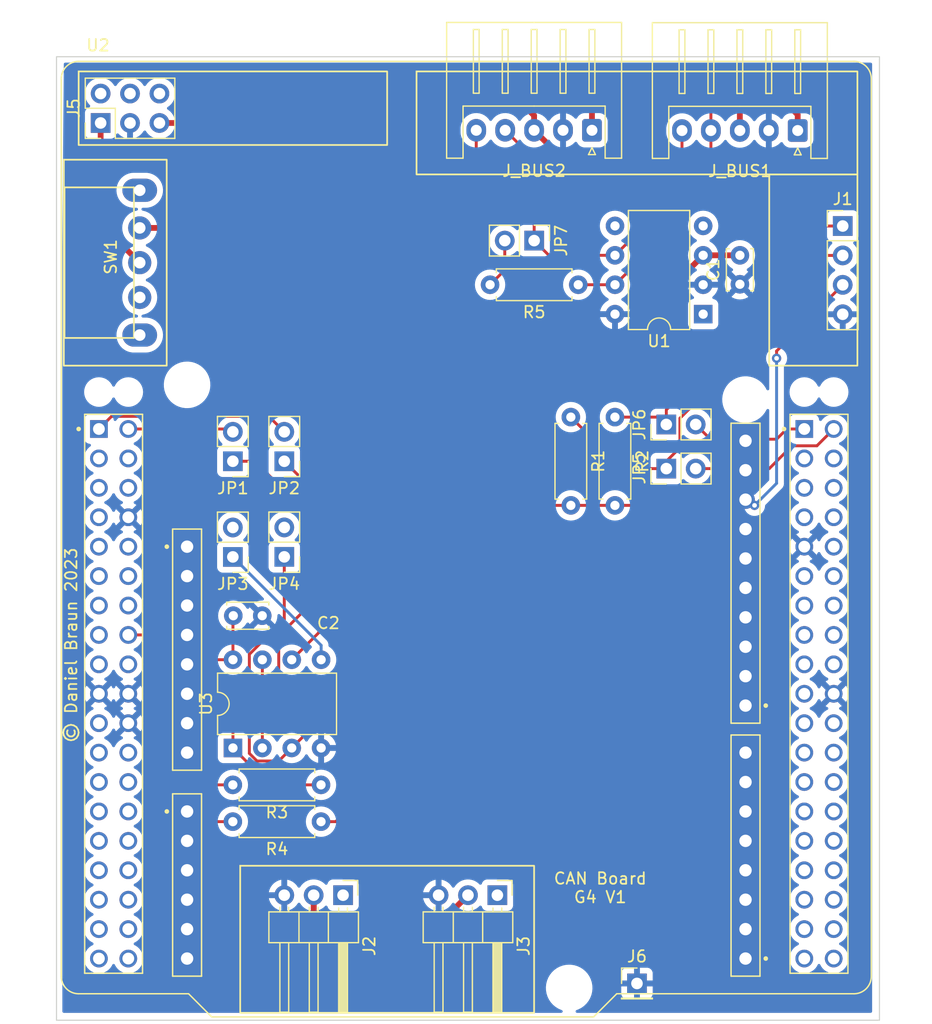
<source format=kicad_pcb>
(kicad_pcb (version 20211014) (generator pcbnew)
  (layers (0 "F.Cu" signal) (31 "B.Cu" signal) (34 "B.Paste" user) (35 "F.Paste" user) (36 "B.SilkS" user "B.Silkscreen") (37 "F.SilkS" user "F.Silkscreen") (38 "B.Mask" user) (39 "F.Mask" user) (44 "Edge.Cuts" user))
  (net 0 "")
  (net 1 "GND")
  (net 2 "5VCPU")
  (net 3 "3V3")
  (net 4 "12V")
  (net 5 "5V")
  (net 59 "MISO")
  (net 61 "SPICLK")
  (net 62 "MOSI")
  (net 63 "Net-(J_BUS1-Pad4)")
  (net 65 "Net-(JP1-Pad2)")
  (net 66 "EECS")
  (net 67 "I2C3_CK")
  (net 68 "Net-(U2-PadCN10_2)")
  (net 69 "I2C3_DTA")
  (net 70 "Net-(U2-PadCN10_1)")
  (net 71 "Net-(JP7-Pad2)")
  (net 72 "Net-(R4-Pad1)")
  (net 73 "CAN_TX")
  (net 74 "CAN_RX")
  (net 79 "Net-(JP2-Pad2)")
  (net 80 "Net-(JP3-Pad2)")
  (net 81 "Net-(JP4-Pad2)")
  (net 82 "Net-(JP7-Pad1)")
  (footprint "Connector_JST:JST_XH_S5B-XH-A_1x05_P2.50mm_Horizontal" (layer "F.Cu") (at 135.81 69.871 180)
    (fp_text reference "J_BUS1" (at 5 -3.5) (layer "F.SilkS"))
    (fp_text value "Conn_01x05_Female")
    (pad "1" thru_hole roundrect (at 0 0 180) (size 1.7 1.95) (drill 0.95) (layers *.Cu *.Mask) (roundrect_rratio 0.147059) (net 4 "12V"))
    (pad "2" thru_hole oval (at 2.5 0 180) (size 1.7 1.95) (drill 0.95) (layers *.Cu *.Mask) (net 1 "GND"))
    (pad "3" thru_hole oval (at 5 0 180) (size 1.7 1.95) (drill 0.95) (layers *.Cu *.Mask) (net 5 "5V"))
    (pad "4" thru_hole oval (at 7.5 0 180) (size 1.7 1.95) (drill 0.95) (layers *.Cu *.Mask) (net 63 "Net-(J_BUS1-Pad4)"))
    (pad "5" thru_hole oval (at 10 0 180) (size 1.7 1.95) (drill 0.95) (layers *.Cu *.Mask) (net 82 "Net-(JP7-Pad1)"))
  )
  (footprint "Connector_PinHeader_2.54mm:PinHeader_1x03_P2.54mm_Horizontal" (layer "F.Cu") (at 109.855 135.89 -90)
    (fp_text reference "J3" (at 4.385 -2.27 90) (layer "F.SilkS"))
    (fp_text value "Conn_01x03_Male")
    (pad "1" thru_hole rect (at 0 0 270) (size 1.7 1.7) (drill 1) (layers *.Cu *.Mask))
    (pad "2" thru_hole oval (at 0 2.54 270) (size 1.7 1.7) (drill 1) (layers *.Cu *.Mask) (net 5 "5V"))
    (pad "3" thru_hole oval (at 0 5.08 270) (size 1.7 1.7) (drill 1) (layers *.Cu *.Mask) (net 1 "GND"))
  )
  (footprint "Connector_PinHeader_2.54mm:PinHeader_1x04_P2.54mm_Vertical" (layer "F.Cu") (at 139.7 78.115)
    (fp_text reference "J1" (at 0 -2.33) (layer "F.SilkS"))
    (fp_text value "Conn_01x04_Female")
    (pad "1" thru_hole rect (at 0 0) (size 1.7 1.7) (drill 1) (layers *.Cu *.Mask) (net 69 "I2C3_DTA"))
    (pad "2" thru_hole oval (at 0 2.54) (size 1.7 1.7) (drill 1) (layers *.Cu *.Mask) (net 67 "I2C3_CK"))
    (pad "3" thru_hole oval (at 0 5.08) (size 1.7 1.7) (drill 1) (layers *.Cu *.Mask) (net 3 "3V3"))
    (pad "4" thru_hole oval (at 0 7.62) (size 1.7 1.7) (drill 1) (layers *.Cu *.Mask) (net 1 "GND"))
  )
  (footprint "Resistor_THT:R_Axial_DIN0207_L6.3mm_D2.5mm_P7.62mm_Horizontal" (layer "F.Cu") (at 116.845 83.185 180)
    (fp_text reference "R5" (at 3.81 -2.37) (layer "F.SilkS"))
    (fp_text value "120")
    (pad "1" thru_hole circle (at 0 0 180) (size 1.6 1.6) (drill 0.8) (layers *.Cu *.Mask) (net 63 "Net-(J_BUS1-Pad4)"))
    (pad "2" thru_hole oval (at 7.62 0 180) (size 1.6 1.6) (drill 0.8) (layers *.Cu *.Mask) (net 71 "Net-(JP7-Pad2)"))
  )
  (footprint "Connector_PinHeader_2.54mm:PinHeader_1x02_P2.54mm_Vertical" (layer "F.Cu") (at 91.44 106.68 180)
    (fp_text reference "JP4" (at 0 -2.33) (layer "F.SilkS"))
    (fp_text value "SJ")
    (pad "1" thru_hole rect (at 0 0 180) (size 1.7 1.7) (drill 1) (layers *.Cu *.Mask) (net 66 "EECS"))
    (pad "2" thru_hole oval (at 0 2.54 180) (size 1.7 1.7) (drill 1) (layers *.Cu *.Mask) (net 81 "Net-(JP4-Pad2)"))
  )
  (footprint "Connector_PinHeader_2.54mm:PinHeader_1x02_P2.54mm_Vertical" (layer "F.Cu") (at 91.44 98.425 180)
    (fp_text reference "JP2" (at 0 -2.33) (layer "F.SilkS"))
    (fp_text value "SJ")
    (pad "1" thru_hole rect (at 0 0 180) (size 1.7 1.7) (drill 1) (layers *.Cu *.Mask) (net 61 "SPICLK"))
    (pad "2" thru_hole oval (at 0 2.54 180) (size 1.7 1.7) (drill 1) (layers *.Cu *.Mask) (net 79 "Net-(JP2-Pad2)"))
  )
  (footprint "Connector_PinHeader_2.54mm:PinHeader_1x02_P2.54mm_Vertical" (layer "F.Cu") (at 86.995 98.425 180)
    (fp_text reference "JP1" (at 0 -2.33) (layer "F.SilkS"))
    (fp_text value "SJ")
    (pad "1" thru_hole rect (at 0 0 180) (size 1.7 1.7) (drill 1) (layers *.Cu *.Mask) (net 59 "MISO"))
    (pad "2" thru_hole oval (at 0 2.54 180) (size 1.7 1.7) (drill 1) (layers *.Cu *.Mask) (net 65 "Net-(JP1-Pad2)"))
  )
  (footprint "Resistor_THT:R_Axial_DIN0207_L6.3mm_D2.5mm_P7.62mm_Horizontal" (layer "F.Cu") (at 120.015 94.615 -90)
    (fp_text reference "R2" (at 3.81 -2.37 90) (layer "F.SilkS"))
    (fp_text value "4.4K")
    (pad "1" thru_hole circle (at 0 0 270) (size 1.6 1.6) (drill 0.8) (layers *.Cu *.Mask) (net 67 "I2C3_CK"))
    (pad "2" thru_hole oval (at 7.62 0 270) (size 1.6 1.6) (drill 0.8) (layers *.Cu *.Mask) (net 3 "3V3"))
  )
  (footprint "G4Lib:MODULE_NUCLEO-G491RE" (layer "F.Cu") (at 107.17 105.15)
    (fp_text reference "U2" (at -31.825 -42.635) (layer "F.SilkS"))
    (fp_text value "NUCLEO-G491RE")
    (pad "" np_thru_hole circle (at -24.13 -13.32) (size 3 3) (drill 3) (layers *.Cu *.Mask))
    (pad "" np_thru_hole circle (at 8.89 38.75) (size 3 3) (drill 3) (layers *.Cu *.Mask))
    (pad "" np_thru_hole circle (at 24.13 -12.05) (size 3 3) (drill 3) (layers *.Cu *.Mask))
    (pad "CN5_1" thru_hole rect (at 24.13 14.37) (size 1.605 1.605) (drill 1.07) (layers *.Cu *.Mask))
    (pad "CN5_2" thru_hole circle (at 24.13 11.83) (size 1.605 1.605) (drill 1.07) (layers *.Cu *.Mask))
    (pad "CN5_3" thru_hole circle (at 24.13 9.29) (size 1.605 1.605) (drill 1.07) (layers *.Cu *.Mask))
    (pad "CN5_4" thru_hole circle (at 24.13 6.75) (size 1.605 1.605) (drill 1.07) (layers *.Cu *.Mask))
    (pad "CN5_5" thru_hole circle (at 24.13 4.21) (size 1.605 1.605) (drill 1.07) (layers *.Cu *.Mask))
    (pad "CN5_6" thru_hole circle (at 24.13 1.67) (size 1.605 1.605) (drill 1.07) (layers *.Cu *.Mask))
    (pad "CN5_7" thru_hole circle (at 24.13 -0.87) (size 1.605 1.605) (drill 1.07) (layers *.Cu *.Mask))
    (pad "CN5_8" thru_hole circle (at 24.13 -3.41) (size 1.605 1.605) (drill 1.07) (layers *.Cu *.Mask))
    (pad "CN5_9" thru_hole circle (at 24.13 -5.95) (size 1.605 1.605) (drill 1.07) (layers *.Cu *.Mask))
    (pad "CN5_10" thru_hole circle (at 24.13 -8.49) (size 1.605 1.605) (drill 1.07) (layers *.Cu *.Mask))
    (pad "CN6_1" thru_hole rect (at -24.13 0.65) (size 1.605 1.605) (drill 1.07) (layers *.Cu *.Mask))
    (pad "CN6_2" thru_hole circle (at -24.13 3.19) (size 1.605 1.605) (drill 1.07) (layers *.Cu *.Mask))
    (pad "CN6_3" thru_hole circle (at -24.13 5.73) (size 1.605 1.605) (drill 1.07) (layers *.Cu *.Mask))
    (pad "CN6_4" thru_hole circle (at -24.13 8.27) (size 1.605 1.605) (drill 1.07) (layers *.Cu *.Mask))
    (pad "CN6_5" thru_hole circle (at -24.13 10.81) (size 1.605 1.605) (drill 1.07) (layers *.Cu *.Mask))
    (pad "CN6_6" thru_hole circle (at -24.13 13.35) (size 1.605 1.605) (drill 1.07) (layers *.Cu *.Mask))
    (pad "CN6_7" thru_hole circle (at -24.13 15.89) (size 1.605 1.605) (drill 1.07) (layers *.Cu *.Mask))
    (pad "CN6_8" thru_hole circle (at -24.13 18.43) (size 1.605 1.605) (drill 1.07) (layers *.Cu *.Mask))
    (pad "CN7_1" thru_hole rect (at -31.75 -9.51) (size 1.53 1.53) (drill 1.02) (layers *.Cu *.Mask) (net 79 "Net-(JP2-Pad2)"))
    (pad "CN7_2" thru_hole circle (at -29.21 -9.51) (size 1.53 1.53) (drill 1.02) (layers *.Cu *.Mask) (net 65 "Net-(JP1-Pad2)"))
    (pad "CN7_3" thru_hole circle (at -31.75 -6.97) (size 1.53 1.53) (drill 1.02) (layers *.Cu *.Mask) (net 80 "Net-(JP3-Pad2)"))
    (pad "CN7_4" thru_hole circle (at -29.21 -6.97) (size 1.53 1.53) (drill 1.02) (layers *.Cu *.Mask) (net 81 "Net-(JP4-Pad2)"))
    (pad "CN7_5" thru_hole circle (at -31.75 -4.43) (size 1.53 1.53) (drill 1.02) (layers *.Cu *.Mask))
    (pad "CN7_6" thru_hole circle (at -29.21 -4.43) (size 1.53 1.53) (drill 1.02) (layers *.Cu *.Mask))
    (pad "CN7_7" thru_hole circle (at -31.75 -1.89) (size 1.53 1.53) (drill 1.02) (layers *.Cu *.Mask))
    (pad "CN7_8" thru_hole circle (at -29.21 -1.89) (size 1.53 1.53) (drill 1.02) (layers *.Cu *.Mask) (net 1 "GND"))
    (pad "CN7_9" thru_hole circle (at -31.75 0.65) (size 1.53 1.53) (drill 1.02) (layers *.Cu *.Mask))
    (pad "CN7_10" thru_hole circle (at -29.21 0.65) (size 1.53 1.53) (drill 1.02) (layers *.Cu *.Mask))
    (pad "CN7_11" thru_hole circle (at -31.75 3.19) (size 1.53 1.53) (drill 1.02) (layers *.Cu *.Mask))
    (pad "CN7_12" thru_hole circle (at -29.21 3.19) (size 1.53 1.53) (drill 1.02) (layers *.Cu *.Mask))
    (pad "CN7_13" thru_hole circle (at -31.75 5.73) (size 1.53 1.53) (drill 1.02) (layers *.Cu *.Mask))
    (pad "CN7_14" thru_hole circle (at -29.21 5.73) (size 1.53 1.53) (drill 1.02) (layers *.Cu *.Mask))
    (pad "CN7_15" thru_hole circle (at -31.75 8.27) (size 1.53 1.53) (drill 1.02) (layers *.Cu *.Mask))
    (pad "CN7_16" thru_hole circle (at -29.21 8.27) (size 1.53 1.53) (drill 1.02) (layers *.Cu *.Mask) (net 3 "3V3"))
    (pad "CN7_17" thru_hole circle (at -31.75 10.81) (size 1.53 1.53) (drill 1.02) (layers *.Cu *.Mask))
    (pad "CN7_18" thru_hole circle (at -29.21 10.81) (size 1.53 1.53) (drill 1.02) (layers *.Cu *.Mask) (net 2 "5VCPU"))
    (pad "CN7_19" thru_hole circle (at -31.75 13.35) (size 1.53 1.53) (drill 1.02) (layers *.Cu *.Mask) (net 1 "GND"))
    (pad "CN7_20" thru_hole circle (at -29.21 13.35) (size 1.53 1.53) (drill 1.02) (layers *.Cu *.Mask) (net 1 "GND"))
    (pad "CN7_21" thru_hole circle (at -31.75 15.89) (size 1.53 1.53) (drill 1.02) (layers *.Cu *.Mask))
    (pad "CN7_22" thru_hole circle (at -29.21 15.89) (size 1.53 1.53) (drill 1.02) (layers *.Cu *.Mask) (net 1 "GND"))
    (pad "CN7_23" thru_hole circle (at -31.75 18.43) (size 1.53 1.53) (drill 1.02) (layers *.Cu *.Mask))
    (pad "CN7_24" thru_hole circle (at -29.21 18.43) (size 1.53 1.53) (drill 1.02) (layers *.Cu *.Mask))
    (pad "CN7_25" thru_hole circle (at -31.75 20.97) (size 1.53 1.53) (drill 1.02) (layers *.Cu *.Mask))
    (pad "CN7_26" thru_hole circle (at -29.21 20.97) (size 1.53 1.53) (drill 1.02) (layers *.Cu *.Mask))
    (pad "CN7_27" thru_hole circle (at -31.75 23.51) (size 1.53 1.53) (drill 1.02) (layers *.Cu *.Mask))
    (pad "CN7_28" thru_hole circle (at -29.21 23.51) (size 1.53 1.53) (drill 1.02) (layers *.Cu *.Mask))
    (pad "CN7_29" thru_hole circle (at -31.75 26.05) (size 1.53 1.53) (drill 1.02) (layers *.Cu *.Mask))
    (pad "CN7_30" thru_hole circle (at -29.21 26.05) (size 1.53 1.53) (drill 1.02) (layers *.Cu *.Mask))
    (pad "CN7_31" thru_hole circle (at -31.75 28.59) (size 1.53 1.53) (drill 1.02) (layers *.Cu *.Mask))
    (pad "CN7_32" thru_hole circle (at -29.21 28.59) (size 1.53 1.53) (drill 1.02) (layers *.Cu *.Mask))
    (pad "CN7_33" thru_hole circle (at -31.75 31.13) (size 1.53 1.53) (drill 1.02) (layers *.Cu *.Mask))
    (pad "CN7_34" thru_hole circle (at -29.21 31.13) (size 1.53 1.53) (drill 1.02) (layers *.Cu *.Mask))
    (pad "CN7_35" thru_hole circle (at -31.75 33.67) (size 1.53 1.53) (drill 1.02) (layers *.Cu *.Mask))
    (pad "CN7_36" thru_hole circle (at -29.21 33.67) (size 1.53 1.53) (drill 1.02) (layers *.Cu *.Mask))
    (pad "CN7_37" thru_hole circle (at -31.75 36.21) (size 1.53 1.53) (drill 1.02) (layers *.Cu *.Mask))
    (pad "CN7_38" thru_hole circle (at -29.21 36.21) (size 1.53 1.53) (drill 1.02) (layers *.Cu *.Mask))
    (pad "CN8_1" thru_hole rect (at -24.13 23.51) (size 1.605 1.605) (drill 1.07) (layers *.Cu *.Mask))
    (pad "CN8_2" thru_hole circle (at -24.13 26.05) (size 1.605 1.605) (drill 1.07) (layers *.Cu *.Mask))
    (pad "CN8_3" thru_hole circle (at -24.13 28.59) (size 1.605 1.605) (drill 1.07) (layers *.Cu *.Mask))
    (pad "CN8_4" thru_hole circle (at -24.13 31.13) (size 1.605 1.605) (drill 1.07) (layers *.Cu *.Mask))
    (pad "CN8_5" thru_hole circle (at -24.13 33.67) (size 1.605 1.605) (drill 1.07) (layers *.Cu *.Mask))
    (pad "CN8_6" thru_hole circle (at -24.13 36.21) (size 1.605 1.605) (drill 1.07) (layers *.Cu *.Mask))
    (pad "CN9_1" thru_hole rect (at 24.13 36.21) (size 1.605 1.605) (drill 1.07) (layers *.Cu *.Mask))
    (pad "CN9_2" thru_hole circle (at 24.13 33.67) (size 1.605 1.605) (drill 1.07) (layers *.Cu *.Mask))
    (pad "CN9_3" thru_hole circle (at 24.13 31.13) (size 1.605 1.605) (drill 1.07) (layers *.Cu *.Mask))
    (pad "CN9_4" thru_hole circle (at 24.13 28.59) (size 1.605 1.605) (drill 1.07) (layers *.Cu *.Mask))
    (pad "CN9_5" thru_hole circle (at 24.13 26.05) (size 1.605 1.605) (drill 1.07) (layers *.Cu *.Mask))
    (pad "CN9_6" thru_hole circle (at 24.13 23.51) (size 1.605 1.605) (drill 1.07) (layers *.Cu *.Mask))
    (pad "CN9_7" thru_hole circle (at 24.13 20.97) (size 1.605 1.605) (drill 1.07) (layers *.Cu *.Mask))
    (pad "CN9_8" thru_hole circle (at 24.13 18.43) (size 1.605 1.605) (drill 1.07) (layers *.Cu *.Mask))
    (pad "CN10_1" thru_hole rect (at 29.21 -9.51) (size 1.53 1.53) (drill 1.02) (layers *.Cu *.Mask) (net 70 "Net-(U2-PadCN10_1)"))
    (pad "CN10_2" thru_hole circle (at 31.75 -9.51) (size 1.53 1.53) (drill 1.02) (layers *.Cu *.Mask) (net 68 "Net-(U2-PadCN10_2)"))
    (pad "CN10_3" thru_hole circle (at 29.21 -6.97) (size 1.53 1.53) (drill 1.02) (layers *.Cu *.Mask) (net 74 "CAN_RX"))
    (pad "CN10_4" thru_hole circle (at 31.75 -6.97) (size 1.53 1.53) (drill 1.02) (layers *.Cu *.Mask))
    (pad "CN10_5" thru_hole circle (at 29.21 -4.43) (size 1.53 1.53) (drill 1.02) (layers *.Cu *.Mask))
    (pad "CN10_6" thru_hole circle (at 31.75 -4.43) (size 1.53 1.53) (drill 1.02) (layers *.Cu *.Mask))
    (pad "CN10_7" thru_hole circle (at 29.21 -1.89) (size 1.53 1.53) (drill 1.02) (layers *.Cu *.Mask))
    (pad "CN10_8" thru_hole circle (at 31.75 -1.89) (size 1.53 1.53) (drill 1.02) (layers *.Cu *.Mask))
    (pad "CN10_9" thru_hole circle (at 29.21 0.65) (size 1.53 1.53) (drill 1.02) (layers *.Cu *.Mask))
    (pad "CN10_10" thru_hole circle (at 31.75 0.65) (size 1.53 1.53) (drill 1.02) (layers *.Cu *.Mask))
    (pad "CN10_11" thru_hole circle (at 29.21 3.19) (size 1.53 1.53) (drill 1.02) (layers *.Cu *.Mask))
    (pad "CN10_12" thru_hole circle (at 31.75 3.19) (size 1.53 1.53) (drill 1.02) (layers *.Cu *.Mask) (net 73 "CAN_TX"))
    (pad "CN10_13" thru_hole circle (at 29.21 5.73) (size 1.53 1.53) (drill 1.02) (layers *.Cu *.Mask))
    (pad "CN10_14" thru_hole circle (at 31.75 5.73) (size 1.53 1.53) (drill 1.02) (layers *.Cu *.Mask))
    (pad "CN10_15" thru_hole circle (at 29.21 8.27) (size 1.53 1.53) (drill 1.02) (layers *.Cu *.Mask))
    (pad "CN10_16" thru_hole circle (at 31.75 8.27) (size 1.53 1.53) (drill 1.02) (layers *.Cu *.Mask))
    (pad "CN10_17" thru_hole circle (at 29.21 10.81) (size 1.53 1.53) (drill 1.02) (layers *.Cu *.Mask))
    (pad "CN10_18" thru_hole circle (at 31.75 10.81) (size 1.53 1.53) (drill 1.02) (layers *.Cu *.Mask))
    (pad "CN10_19" thru_hole circle (at 29.21 13.35) (size 1.53 1.53) (drill 1.02) (layers *.Cu *.Mask))
    (pad "CN10_20" thru_hole circle (at 31.75 13.35) (size 1.53 1.53) (drill 1.02) (layers *.Cu *.Mask))
    (pad "CN10_21" thru_hole circle (at 29.21 15.89) (size 1.53 1.53) (drill 1.02) (layers *.Cu *.Mask))
    (pad "CN10_22" thru_hole circle (at 31.75 15.89) (size 1.53 1.53) (drill 1.02) (layers *.Cu *.Mask))
    (pad "CN10_23" thru_hole circle (at 29.21 18.43) (size 1.53 1.53) (drill 1.02) (layers *.Cu *.Mask))
    (pad "CN10_24" thru_hole circle (at 31.75 18.43) (size 1.53 1.53) (drill 1.02) (layers *.Cu *.Mask))
    (pad "CN10_25" thru_hole circle (at 29.21 20.97) (size 1.53 1.53) (drill 1.02) (layers *.Cu *.Mask))
    (pad "CN10_26" thru_hole circle (at 31.75 20.97) (size 1.53 1.53) (drill 1.02) (layers *.Cu *.Mask))
    (pad "CN10_27" thru_hole circle (at 29.21 23.51) (size 1.53 1.53) (drill 1.02) (layers *.Cu *.Mask))
    (pad "CN10_28" thru_hole circle (at 31.75 23.51) (size 1.53 1.53) (drill 1.02) (layers *.Cu *.Mask))
    (pad "CN10_29" thru_hole circle (at 29.21 26.05) (size 1.53 1.53) (drill 1.02) (layers *.Cu *.Mask))
    (pad "CN10_30" thru_hole circle (at 31.75 26.05) (size 1.53 1.53) (drill 1.02) (layers *.Cu *.Mask))
    (pad "CN10_31" thru_hole circle (at 29.21 28.59) (size 1.53 1.53) (drill 1.02) (layers *.Cu *.Mask))
    (pad "CN10_32" thru_hole circle (at 31.75 28.59) (size 1.53 1.53) (drill 1.02) (layers *.Cu *.Mask))
    (pad "CN10_33" thru_hole circle (at 29.21 31.13) (size 1.53 1.53) (drill 1.02) (layers *.Cu *.Mask))
    (pad "CN10_34" thru_hole circle (at 31.75 31.13) (size 1.53 1.53) (drill 1.02) (layers *.Cu *.Mask))
    (pad "CN10_35" thru_hole circle (at 29.21 33.67) (size 1.53 1.53) (drill 1.02) (layers *.Cu *.Mask))
    (pad "CN10_36" thru_hole circle (at 31.75 33.67) (size 1.53 1.53) (drill 1.02) (layers *.Cu *.Mask))
    (pad "CN10_37" thru_hole circle (at 29.21 36.21) (size 1.53 1.53) (drill 1.02) (layers *.Cu *.Mask))
    (pad "CN10_38" thru_hole circle (at 31.75 36.21) (size 1.53 1.53) (drill 1.02) (layers *.Cu *.Mask))
  )
  (footprint "Capacitor_THT:C_Disc_D3.4mm_W2.1mm_P2.50mm" (layer "F.Cu") (at 130.815 83.145 90)
    (fp_text reference "C1" (at 1.25 -2.3 90) (layer "F.SilkS"))
    (fp_text value "100nF")
    (pad "1" thru_hole circle (at 0 0 90) (size 1.6 1.6) (drill 0.8) (layers *.Cu *.Mask) (net 1 "GND"))
    (pad "2" thru_hole circle (at 2.5 0 90) (size 1.6 1.6) (drill 0.8) (layers *.Cu *.Mask) (net 2 "5VCPU"))
  )
  (footprint "Connector_PinHeader_2.54mm:PinHeader_1x02_P2.54mm_Vertical" (layer "F.Cu") (at 124.455 95.25 90)
    (fp_text reference "JP6" (at 0 -2.33 90) (layer "F.SilkS"))
    (fp_text value "SJ")
    (pad "1" thru_hole rect (at 0 0 90) (size 1.7 1.7) (drill 1) (layers *.Cu *.Mask) (net 69 "I2C3_DTA"))
    (pad "2" thru_hole oval (at 0 2.54 90) (size 1.7 1.7) (drill 1) (layers *.Cu *.Mask) (net 70 "Net-(U2-PadCN10_1)"))
  )
  (footprint "Connector_PinHeader_2.54mm:PinHeader_1x02_P2.54mm_Vertical" (layer "F.Cu") (at 124.455 99.06 90)
    (fp_text reference "JP5" (at 0 -2.33 90) (layer "F.SilkS"))
    (fp_text value "SJ")
    (pad "1" thru_hole rect (at 0 0 90) (size 1.7 1.7) (drill 1) (layers *.Cu *.Mask) (net 67 "I2C3_CK"))
    (pad "2" thru_hole oval (at 0 2.54 90) (size 1.7 1.7) (drill 1) (layers *.Cu *.Mask) (net 68 "Net-(U2-PadCN10_2)"))
  )
  (footprint "Package_DIP:DIP-8_W7.62mm" (layer "F.Cu") (at 127.64 85.725 180)
    (fp_text reference "U1" (at 3.81 -2.33) (layer "F.SilkS"))
    (fp_text value "MCP2561-E-P")
    (pad "1" thru_hole rect (at 0 0 180) (size 1.6 1.6) (drill 0.8) (layers *.Cu *.Mask) (net 73 "CAN_TX"))
    (pad "2" thru_hole oval (at 0 2.54 180) (size 1.6 1.6) (drill 0.8) (layers *.Cu *.Mask) (net 1 "GND"))
    (pad "3" thru_hole oval (at 0 5.08 180) (size 1.6 1.6) (drill 0.8) (layers *.Cu *.Mask) (net 2 "5VCPU"))
    (pad "4" thru_hole oval (at 0 7.62 180) (size 1.6 1.6) (drill 0.8) (layers *.Cu *.Mask) (net 74 "CAN_RX"))
    (pad "5" thru_hole oval (at 7.62 7.62 180) (size 1.6 1.6) (drill 0.8) (layers *.Cu *.Mask))
    (pad "6" thru_hole oval (at 7.62 5.08 180) (size 1.6 1.6) (drill 0.8) (layers *.Cu *.Mask) (net 82 "Net-(JP7-Pad1)"))
    (pad "7" thru_hole oval (at 7.62 2.54 180) (size 1.6 1.6) (drill 0.8) (layers *.Cu *.Mask) (net 63 "Net-(J_BUS1-Pad4)"))
    (pad "8" thru_hole oval (at 7.62 0 180) (size 1.6 1.6) (drill 0.8) (layers *.Cu *.Mask) (net 1 "GND"))
  )
  (footprint "Package_DIP:DIP-8_W7.62mm" (layer "F.Cu") (at 87.005 123.18 90)
    (fp_text reference "U3" (at 3.81 -2.33 90) (layer "F.SilkS"))
    (fp_text value "25LCxxx")
    (pad "1" thru_hole rect (at 0 0 90) (size 1.6 1.6) (drill 0.8) (layers *.Cu *.Mask) (net 66 "EECS"))
    (pad "2" thru_hole oval (at 0 2.54 90) (size 1.6 1.6) (drill 0.8) (layers *.Cu *.Mask) (net 59 "MISO"))
    (pad "3" thru_hole oval (at 0 5.08 90) (size 1.6 1.6) (drill 0.8) (layers *.Cu *.Mask) (net 72 "Net-(R4-Pad1)"))
    (pad "4" thru_hole oval (at 0 7.62 90) (size 1.6 1.6) (drill 0.8) (layers *.Cu *.Mask) (net 1 "GND"))
    (pad "5" thru_hole oval (at 7.62 7.62 90) (size 1.6 1.6) (drill 0.8) (layers *.Cu *.Mask) (net 62 "MOSI"))
    (pad "6" thru_hole oval (at 7.62 5.08 90) (size 1.6 1.6) (drill 0.8) (layers *.Cu *.Mask) (net 61 "SPICLK"))
    (pad "7" thru_hole oval (at 7.62 2.54 90) (size 1.6 1.6) (drill 0.8) (layers *.Cu *.Mask) (net 72 "Net-(R4-Pad1)"))
    (pad "8" thru_hole oval (at 7.62 0 90) (size 1.6 1.6) (drill 0.8) (layers *.Cu *.Mask) (net 3 "3V3"))
  )
  (footprint "Connector_PinHeader_2.54mm:PinHeader_2x03_P2.54mm_Vertical" (layer "F.Cu") (at 75.57 69.22 90)
    (fp_text reference "J5" (at 1.27 -2.33 90) (layer "F.SilkS"))
    (fp_text value "Conn_02x03_Odd_Even")
    (pad "1" thru_hole rect (at 0 0 90) (size 1.7 1.7) (drill 1) (layers *.Cu *.Mask) (net 5 "5V"))
    (pad "2" thru_hole oval (at 2.54 0 90) (size 1.7 1.7) (drill 1) (layers *.Cu *.Mask))
    (pad "3" thru_hole oval (at 0 2.54 90) (size 1.7 1.7) (drill 1) (layers *.Cu *.Mask) (net 1 "GND"))
    (pad "4" thru_hole oval (at 2.54 2.54 90) (size 1.7 1.7) (drill 1) (layers *.Cu *.Mask))
    (pad "5" thru_hole oval (at 0 5.08 90) (size 1.7 1.7) (drill 1) (layers *.Cu *.Mask) (net 4 "12V"))
    (pad "6" thru_hole oval (at 2.54 5.08 90) (size 1.7 1.7) (drill 1) (layers *.Cu *.Mask))
  )
  (footprint "Resistor_THT:R_Axial_DIN0207_L6.3mm_D2.5mm_P7.62mm_Horizontal" (layer "F.Cu") (at 94.615 129.54 180)
    (fp_text reference "R4" (at 3.81 -2.37) (layer "F.SilkS"))
    (fp_text value "10K")
    (pad "1" thru_hole circle (at 0 0 180) (size 1.6 1.6) (drill 0.8) (layers *.Cu *.Mask) (net 72 "Net-(R4-Pad1)"))
    (pad "2" thru_hole oval (at 7.62 0 180) (size 1.6 1.6) (drill 0.8) (layers *.Cu *.Mask) (net 3 "3V3"))
  )
  (footprint "Resistor_THT:R_Axial_DIN0207_L6.3mm_D2.5mm_P7.62mm_Horizontal" (layer "F.Cu") (at 94.615 126.365 180)
    (fp_text reference "R3" (at 3.81 -2.37) (layer "F.SilkS"))
    (fp_text value "10K")
    (pad "1" thru_hole circle (at 0 0 180) (size 1.6 1.6) (drill 0.8) (layers *.Cu *.Mask) (net 66 "EECS"))
    (pad "2" thru_hole oval (at 7.62 0 180) (size 1.6 1.6) (drill 0.8) (layers *.Cu *.Mask) (net 3 "3V3"))
  )
  (footprint "G4Lib:Switch-SS12F23" (layer "F.Cu") (at 78.9475 81.28 90)
    (fp_text reference "SW1" (at 0.5 -2.5 90) (layer "F.SilkS"))
    (fp_text value "SW_SPDT" hide)
    (pad "" thru_hole oval (at -6.25 0 90) (size 2 3) (drill 1) (layers *.Cu *.Mask))
    (pad "" thru_hole oval (at 6.25 0 90) (size 2 3) (drill 1) (layers *.Cu *.Mask))
    (pad "1" thru_hole circle (at -3 0 90) (size 2 2) (drill 1) (layers *.Cu *.Mask))
    (pad "2" thru_hole circle (at 0 0 90) (size 2 2) (drill 1) (layers *.Cu *.Mask) (net 5 "5V"))
    (pad "3" thru_hole circle (at 3 0 90) (size 2 2) (drill 1) (layers *.Cu *.Mask) (net 2 "5VCPU"))
  )
  (footprint "Connector_PinHeader_2.54mm:PinHeader_1x02_P2.54mm_Vertical" (layer "F.Cu") (at 86.995 106.685 180)
    (fp_text reference "JP3" (at 0 -2.33) (layer "F.SilkS"))
    (fp_text value "SJ")
    (pad "1" thru_hole rect (at 0 0 180) (size 1.7 1.7) (drill 1) (layers *.Cu *.Mask) (net 62 "MOSI"))
    (pad "2" thru_hole oval (at 0 2.54 180) (size 1.7 1.7) (drill 1) (layers *.Cu *.Mask) (net 80 "Net-(JP3-Pad2)"))
  )
  (footprint "Resistor_THT:R_Axial_DIN0207_L6.3mm_D2.5mm_P7.62mm_Horizontal" (layer "F.Cu") (at 116.205 94.615 -90)
    (fp_text reference "R1" (at 3.81 -2.37 90) (layer "F.SilkS"))
    (fp_text value "4.4K")
    (pad "1" thru_hole circle (at 0 0 270) (size 1.6 1.6) (drill 0.8) (layers *.Cu *.Mask) (net 69 "I2C3_DTA"))
    (pad "2" thru_hole oval (at 7.62 0 270) (size 1.6 1.6) (drill 0.8) (layers *.Cu *.Mask) (net 3 "3V3"))
  )
  (footprint "Connector_PinHeader_2.54mm:PinHeader_1x02_P2.54mm_Vertical" (layer "F.Cu") (at 113.035 79.375 -90)
    (fp_text reference "JP7" (at 0 -2.33 90) (layer "F.SilkS"))
    (fp_text value "Jumper_2_Open" hide)
    (pad "1" thru_hole rect (at 0 0 270) (size 1.7 1.7) (drill 1) (layers *.Cu *.Mask) (net 82 "Net-(JP7-Pad1)"))
    (pad "2" thru_hole oval (at 0 2.54 270) (size 1.7 1.7) (drill 1) (layers *.Cu *.Mask) (net 71 "Net-(JP7-Pad2)"))
  )
  (footprint "Connector_PinHeader_2.54mm:PinHeader_1x03_P2.54mm_Horizontal" (layer "F.Cu") (at 96.52 135.89 -90)
    (fp_text reference "J2" (at 4.385 -2.27 90) (layer "F.SilkS"))
    (fp_text value "Conn_01x03_Male")
    (pad "1" thru_hole rect (at 0 0 270) (size 1.7 1.7) (drill 1) (layers *.Cu *.Mask))
    (pad "2" thru_hole oval (at 0 2.54 270) (size 1.7 1.7) (drill 1) (layers *.Cu *.Mask) (net 5 "5V"))
    (pad "3" thru_hole oval (at 0 5.08 270) (size 1.7 1.7) (drill 1) (layers *.Cu *.Mask) (net 1 "GND"))
  )
  (footprint "Capacitor_THT:C_Disc_D3.4mm_W2.1mm_P2.50mm" (layer "F.Cu") (at 89.535 111.76 180)
    (fp_text reference "C2" (at -5.715 -0.635) (layer "F.SilkS"))
    (fp_text value "100nF")
    (pad "1" thru_hole circle (at 0 0 180) (size 1.6 1.6) (drill 0.8) (layers *.Cu *.Mask) (net 1 "GND"))
    (pad "2" thru_hole circle (at 2.5 0 180) (size 1.6 1.6) (drill 0.8) (layers *.Cu *.Mask) (net 3 "3V3"))
  )
  (footprint "Connector_JST:JST_XH_S5B-XH-A_1x05_P2.50mm_Horizontal" (layer "F.Cu") (at 118.03 69.85 180)
    (fp_text reference "J_BUS2" (at 5 -3.5 180) (layer "F.SilkS"))
    (fp_text value "Conn_01x05_Female")
    (pad "1" thru_hole roundrect (at 0 0 180) (size 1.7 1.95) (drill 0.95) (layers *.Cu *.Mask) (roundrect_rratio 0.147059) (net 4 "12V"))
    (pad "2" thru_hole oval (at 2.5 0 180) (size 1.7 1.95) (drill 0.95) (layers *.Cu *.Mask) (net 1 "GND"))
    (pad "3" thru_hole oval (at 5 0 180) (size 1.7 1.95) (drill 0.95) (layers *.Cu *.Mask) (net 5 "5V"))
    (pad "4" thru_hole oval (at 7.5 0 180) (size 1.7 1.95) (drill 0.95) (layers *.Cu *.Mask) (net 63 "Net-(J_BUS1-Pad4)"))
    (pad "5" thru_hole oval (at 10 0 180) (size 1.7 1.95) (drill 0.95) (layers *.Cu *.Mask) (net 82 "Net-(JP7-Pad1)"))
  )
  (footprint "Connector_PinHeader_2.54mm:PinHeader_1x01_P2.54mm_Vertical" (layer "F.Cu") (at 121.92 143.51)
    (fp_text reference "J6" (at 0 -2.33) (layer "F.SilkS"))
    (fp_text value "Conn_01x01_Female")
    (pad "1" thru_hole rect (at 0 0) (size 1.7 1.7) (drill 1) (layers *.Cu *.Mask) (net 1 "GND"))
  )
  (gr_rect (start 102.87 64.77) (end 140.97 73.66) (layer "F.SilkS") (width 0.15) (fill none))
  (gr_rect (start 87.63 133.35) (end 113.03 146.05) (layer "F.SilkS") (width 0.15) (fill none))
  (gr_rect (start 72.39 90.17) (end 81.28 72.39) (layer "F.SilkS") (width 0.15) (fill none))
  (gr_rect (start 140.97 73.66) (end 133.35 90.17) (layer "F.SilkS") (width 0.15) (fill none))
  (gr_rect (start 73.670001 64.77) (end 100.33 71.12) (layer "F.SilkS") (width 0.15) (fill none))
  (gr_rect (start 71.755 63.5) (end 142.875 146.685) (layer "Edge.Cuts") (width 0.1) (fill none))
  (gr_text "CAN Board\nG4 V1\n" (at 118.745 135.255) (layer "F.SilkS") (effects (font (size 1 1))))
  (gr_text "© Daniel Braun 2023" (at 73.025 114.3 90) (layer "F.SilkS") (effects (font (size 1 1))))
  (segment (start 127.64 80.645) (end 123.825 84.46) (width 0.5) (layer "F.Cu") (net 2))
  (segment (start 99.87 78.28) (end 78.9475 78.28) (width 0.5) (layer "F.Cu") (net 2))
  (segment (start 99.87 78.28) (end 111.125 89.535) (width 0.5) (layer "F.Cu") (net 2))
  (segment (start 123.825 87.63) (end 121.92 89.535) (width 0.5) (layer "F.Cu") (net 2))
  (segment (start 121.92 89.535) (end 111.125 89.535) (width 0.5) (layer "F.Cu") (net 2))
  (segment (start 127.64 80.645) (end 130.815 80.645) (width 0.5) (layer "F.Cu") (net 2))
  (segment (start 123.825 84.46) (end 123.825 87.63) (width 0.5) (layer "F.Cu") (net 2))
  (segment (start 97.155 131.445) (end 98.425 130.175) (width 0.25) (layer "F.Cu") (net 3))
  (segment (start 83.205 126.365) (end 86.995 126.365) (width 0.25) (layer "F.Cu") (net 3))
  (segment (start 83.195 129.55) (end 85.09 131.445) (width 0.25) (layer "F.Cu") (net 3))
  (segment (start 85.09 131.445) (end 97.155 131.445) (width 0.25) (layer "F.Cu") (net 3))
  (segment (start 83.195 127.625) (end 83.195 129.55) (width 0.25) (layer "F.Cu") (net 3))
  (segment (start 81.035 113.42) (end 77.96 113.42) (width 0.25) (layer "F.Cu") (net 3))
  (segment (start 98.425 130.175) (end 98.425 106.045) (width 0.25) (layer "F.Cu") (net 3))
  (segment (start 84.455 129.54) (end 86.995 129.54) (width 0.25) (layer "F.Cu") (net 3))
  (segment (start 83.195 128.28) (end 84.455 129.54) (width 0.25) (layer "F.Cu") (net 3))
  (segment (start 87.005 115.56) (end 87.005 111.79) (width 0.25) (layer "F.Cu") (net 3))
  (segment (start 133.985 89.535) (end 133.985 88.91) (width 0.25) (layer "F.Cu") (net 3))
  (segment (start 83.195 115.56) (end 83.175 115.56) (width 0.25) (layer "F.Cu") (net 3))
  (segment (start 102.235 102.235) (end 116.205 102.235) (width 0.25) (layer "F.Cu") (net 3))
  (segment (start 83.195 115.56) (end 83.195 126.355) (width 0.25) (layer "F.Cu") (net 3))
  (segment (start 87.005 115.56) (end 83.195 115.56) (width 0.25) (layer "F.Cu") (net 3))
  (segment (start 116.205 102.235) (end 120.015 102.235) (width 0.25) (layer "F.Cu") (net 3))
  (segment (start 83.195 126.355) (end 83.205 126.365) (width 0.25) (layer "F.Cu") (net 3))
  (segment (start 83.195 127.625) (end 83.195 128.28) (width 0.25) (layer "F.Cu") (net 3))
  (segment (start 87.005 111.79) (end 87.035 111.76) (width 0.25) (layer "F.Cu") (net 3))
  (segment (start 120.015 102.235) (end 132.08 102.235) (width 0.25) (layer "F.Cu") (net 3))
  (segment (start 133.985 88.91) (end 139.7 83.195) (width 0.25) (layer "F.Cu") (net 3))
  (segment (start 83.195 126.355) (end 83.195 127.625) (width 0.25) (layer "F.Cu") (net 3))
  (segment (start 83.175 115.56) (end 81.035 113.42) (width 0.25) (layer "F.Cu") (net 3))
  (segment (start 98.425 106.045) (end 102.235 102.235) (width 0.25) (layer "F.Cu") (net 3))
  (via (at 133.985 89.535) (size 0.8) (drill 0.4) (layers "F.Cu" "B.Cu") (net 3))
  (via (at 132.08 102.235) (size 0.8) (drill 0.4) (layers "F.Cu" "B.Cu") (net 3))
  (segment (start 132.08 102.235) (end 133.985 100.33) (width 0.25) (layer "B.Cu") (net 3))
  (segment (start 133.985 100.33) (end 133.985 89.535) (width 0.25) (layer "B.Cu") (net 3))
  (segment (start 88.895 69.22) (end 80.65 69.22) (width 0.5) (layer "F.Cu") (net 4))
  (segment (start 92.71 65.405) (end 88.895 69.22) (width 0.5) (layer "F.Cu") (net 4))
  (segment (start 135.81 69.871) (end 135.81 68.5) (width 0.5) (layer "F.Cu") (net 4))
  (segment (start 132.715 65.405) (end 118.11 65.405) (width 0.5) (layer "F.Cu") (net 4))
  (segment (start 118.03 69.85) (end 118.03 65.485) (width 0.5) (layer "F.Cu") (net 4))
  (segment (start 118.03 65.485) (end 118.11 65.405) (width 0.5) (layer "F.Cu") (net 4))
  (segment (start 118.11 65.405) (end 92.71 65.405) (width 0.5) (layer "F.Cu") (net 4))
  (segment (start 135.81 68.5) (end 132.715 65.405) (width 0.5) (layer "F.Cu") (net 4))
  (segment (start 118.03 69.85) (end 118.11 69.77) (width 0.5) (layer "B.Cu") (net 4))
  (segment (start 135.89 69.791) (end 135.81 69.871) (width 0.5) (layer "B.Cu") (net 4))
  (segment (start 107.315 135.89) (end 103.505 139.7) (width 0.5) (layer "F.Cu") (net 5))
  (segment (start 88.9 139.7) (end 84.455 144.145) (width 0.5) (layer "F.Cu") (net 5))
  (segment (start 75.57 77.475) (end 75.57 77.9025) (width 0.5) (layer "F.Cu") (net 5))
  (segment (start 101.6 139.7) (end 96.587919 139.7) (width 0.5) (layer "F.Cu") (net 5))
  (segment (start 75.57 69.22) (end 75.57 72.395) (width 0.5) (layer "F.Cu") (net 5))
  (segment (start 93.98 137.092081) (end 93.98 135.89) (width 0.5) (layer "F.Cu") (net 5))
  (segment (start 74.93 144.145) (end 73.025 142.24) (width 0.5) (layer "F.Cu") (net 5))
  (segment (start 93.98 135.89) (end 93.98 139.7) (width 0.5) (layer "F.Cu") (net 5))
  (segment (start 73.025 142.24) (end 73.025 85.09) (width 0.5) (layer "F.Cu") (net 5))
  (segment (start 113.03 69.85) (end 114.935 71.755) (width 0.5) (layer "F.Cu") (net 5))
  (segment (start 120.015 71.755) (end 120.015 69.85) (width 0.5) (layer "F.Cu") (net 5))
  (segment (start 120.015 69.85) (end 123.33902 66.52598) (width 0.5) (layer "F.Cu") (net 5))
  (segment (start 105.0925 68.2625) (end 105.41 67.945) (width 0.5) (layer "F.Cu") (net 5))
  (segment (start 75.575 72.39) (end 75.57 72.395) (width 0.5) (layer "F.Cu") (net 5))
  (segment (start 93.98 139.7) (end 101.6 139.7) (width 0.5) (layer "F.Cu") (net 5))
  (segment (start 75.57 82.545) (end 75.57 77.475) (width 0.5) (layer "F.Cu") (net 5))
  (segment (start 113.03 68.58) (end 110.97598 66.52598) (width 0.5) (layer "F.Cu") (net 5))
  (segment (start 78.74 72.39) (end 100.965 72.39) (width 0.5) (layer "F.Cu") (net 5))
  (segment (start 110.97598 66.52598) (end 106.82902 66.52598) (width 0.5) (layer "F.Cu") (net 5))
  (segment (start 106.82902 66.52598) (end 105.0925 68.2625) (width 0.5) (layer "F.Cu") (net 5))
  (segment (start 73.025 85.09) (end 75.57 82.545) (width 0.5) (layer "F.Cu") (net 5))
  (segment (start 123.33902 66.52598) (end 129.39098 66.52598) (width 0.5) (layer "F.Cu") (net 5))
  (segment (start 84.455 144.145) (end 74.93 144.145) (width 0.5) (layer "F.Cu") (net 5))
  (segment (start 113.03 69.85) (end 113.03 68.58) (width 0.5) (layer "F.Cu") (net 5))
  (segment (start 100.965 72.39) (end 105.0925 68.2625) (width 0.5) (layer "F.Cu") (net 5))
  (segment (start 129.39098 66.52598) (end 130.81 67.945) (width 0.5) (layer "F.Cu") (net 5))
  (segment (start 114.935 71.755) (end 120.015 71.755) (width 0.5) (layer "F.Cu") (net 5))
  (segment (start 75.57 72.395) (end 75.57 77.475) (width 0.5) (layer "F.Cu") (net 5))
  (segment (start 130.81 67.945) (end 130.81 69.871) (width 0.5) (layer "F.Cu") (net 5))
  (segment (start 78.74 72.39) (end 75.575 72.39) (width 0.5) (layer "F.Cu") (net 5))
  (segment (start 93.98 139.7) (end 88.9 139.7) (width 0.5) (layer "F.Cu") (net 5))
  (segment (start 103.505 139.7) (end 101.6 139.7) (width 0.5) (layer "F.Cu") (net 5))
  (segment (start 75.57 77.9025) (end 78.9475 81.28) (width 0.5) (layer "F.Cu") (net 5))
  (segment (start 90.960489 118.589511) (end 89.535 120.015) (width 0.25) (layer "F.Cu") (net 59))
  (segment (start 88.9 98.425) (end 93.98 103.505) (width 0.25) (layer "F.Cu") (net 59))
  (segment (start 93.98 103.505) (end 93.98 110.49) (width 0.25) (layer "F.Cu") (net 59))
  (segment (start 86.995 98.425) (end 88.9 98.425) (width 0.25) (layer "F.Cu") (net 59))
  (segment (start 89.535 120.015) (end 89.545 120.025) (width 0.25) (layer "F.Cu") (net 59))
  (segment (start 93.98 110.49) (end 90.960489 113.509511) (width 0.25) (layer "F.Cu") (net 59))
  (segment (start 89.545 120.025) (end 89.545 123.18) (width 0.25) (layer "F.Cu") (net 59))
  (segment (start 90.960489 113.509511) (end 90.960489 118.589511) (width 0.25) (layer "F.Cu") (net 59))
  (segment (start 94.42952 113.21548) (end 92.085 115.56) (width 0.25) (layer "F.Cu") (net 61))
  (segment (start 94.42952 101.41452) (end 94.42952 113.21548) (width 0.25) (layer "F.Cu") (net 61))
  (segment (start 91.44 98.425) (end 94.42952 101.41452) (width 0.25) (layer "F.Cu") (net 61))
  (segment (start 86.995 106.685) (end 94.625 114.315) (width 0.25) (layer "B.Cu") (net 62))
  (segment (start 94.625 114.315) (end 94.625 115.56) (width 0.25) (layer "B.Cu") (net 62))
  (segment (start 116.845 83.185) (end 120.02 83.185) (width 0.25) (layer "F.Cu") (net 63))
  (segment (start 120.02 83.185) (end 124.4625 78.7425) (width 0.25) (layer "F.Cu") (net 63))
  (segment (start 120.65 73.025) (end 122.555 71.12) (width 0.25) (layer "F.Cu") (net 63))
  (segment (start 128.31 67.985) (end 128.31 69.871) (width 0.25) (layer "F.Cu") (net 63))
  (segment (start 122.555 68.58) (end 123.8345 67.3005) (width 0.25) (layer "F.Cu") (net 63))
  (segment (start 124.46 75.565) (end 128.31 71.715) (width 0.25) (layer "F.Cu") (net 63))
  (segment (start 113.705 73.025) (end 120.65 73.025) (width 0.25) (layer "F.Cu") (net 63))
  (segment (start 128.31 71.715) (end 128.31 69.871) (width 0.25) (layer "F.Cu") (net 63))
  (segment (start 110.53 69.85) (end 113.705 73.025) (width 0.25) (layer "F.Cu") (net 63))
  (segment (start 123.8345 67.3005) (end 127.6255 67.3005) (width 0.25) (layer "F.Cu") (net 63))
  (segment (start 127.6255 67.3005) (end 128.31 67.985) (width 0.25) (layer "F.Cu") (net 63))
  (segment (start 122.555 71.12) (end 122.555 68.58) (width 0.25) (layer "F.Cu") (net 63))
  (segment (start 124.4625 75.5675) (end 124.46 75.565) (width 0.25) (layer "F.Cu") (net 63))
  (segment (start 124.4625 78.7425) (end 124.4625 75.5675) (width 0.25) (layer "F.Cu") (net 63))
  (segment (start 77.96 95.64) (end 86.75 95.64) (width 0.25) (layer "F.Cu") (net 65))
  (segment (start 86.75 95.64) (end 86.995 95.885) (width 0.25) (layer "F.Cu") (net 65))
  (segment (start 91.44 112.0747) (end 88.420489 115.094211) (width 0.25) (layer "F.Cu") (net 66))
  (segment (start 94.615 126.365) (end 90.19 126.365) (width 0.25) (layer "F.Cu") (net 66))
  (segment (start 88.420489 115.094211) (end 88.420489 119.224511) (width 0.25) (layer "F.Cu") (net 66))
  (segment (start 90.19 126.365) (end 87.005 123.18) (width 0.25) (layer "F.Cu") (net 66))
  (segment (start 87.005 123.18) (end 87.005 120.64) (width 0.25) (layer "F.Cu") (net 66))
  (segment (start 91.44 106.68) (end 91.44 112.0747) (width 0.25) (layer "F.Cu") (net 66))
  (segment (start 87.005 120.64) (end 88.420489 119.224511) (width 0.25) (layer "F.Cu") (net 66))
  (segment (start 125.629511 94.715489) (end 125.629511 97.255489) (width 0.25) (layer "F.Cu") (net 67))
  (segment (start 135.89 84.455) (end 125.629511 94.715489) (width 0.25) (layer "F.Cu") (net 67))
  (segment (start 124.455 99.06) (end 124.455 98.43) (width 0.25) (layer "F.Cu") (net 67))
  (segment (start 135.89 80.645) (end 135.89 84.455) (width 0.25) (layer "F.Cu") (net 67))
  (segment (start 124.455 98.43) (end 125.629511 97.255489) (width 0.25) (layer "F.Cu") (net 67))
  (segment (start 139.7 80.655) (end 135.9 80.655) (width 0.25) (layer "F.Cu") (net 67))
  (segment (start 120.65 99.06) (end 124.455 99.06) (width 0.25) (layer "F.Cu") (net 67))
  (segment (start 116.205 94.615) (end 120.65 99.06) (width 0.25) (layer "F.Cu") (net 67))
  (segment (start 135.9 80.655) (end 135.89 80.645) (width 0.25) (layer "F.Cu") (net 67))
  (segment (start 135.319511 97.090489) (end 133.35 99.06) (width 0.25) (layer "F.Cu") (net 68))
  (segment (start 137.469511 97.090489) (end 135.319511 97.090489) (width 0.25) (layer "F.Cu") (net 68))
  (segment (start 138.92 95.64) (end 137.469511 97.090489) (width 0.25) (layer "F.Cu") (net 68))
  (segment (start 133.35 99.06) (end 126.995 99.06) (width 0.25) (layer "F.Cu") (net 68))
  (segment (start 123.82 94.615) (end 124.455 95.25) (width 0.25) (layer "F.Cu") (net 69))
  (segment (start 133.985 79.375) (end 135.245 78.115) (width 0.25) (layer "F.Cu") (net 69))
  (segment (start 133.985 84.455) (end 133.985 79.375) (width 0.25) (layer "F.Cu") (net 69))
  (segment (start 124.455 95.25) (end 124.455 93.985) (width 0.25) (layer "F.Cu") (net 69))
  (segment (start 124.455 93.985) (end 133.985 84.455) (width 0.25) (layer "F.Cu") (net 69))
  (segment (start 135.245 78.115) (end 139.7 78.115) (width 0.25) (layer "F.Cu") (net 69))
  (segment (start 120.015 94.615) (end 123.82 94.615) (width 0.25) (layer "F.Cu") (net 69))
  (segment (start 134.865 95.64) (end 136.38 95.64) (width 0.25) (layer "F.Cu") (net 70))
  (segment (start 133.985 96.52) (end 134.865 95.64) (width 0.25) (layer "F.Cu") (net 70))
  (segment (start 128.265 96.52) (end 126.995 95.25) (width 0.25) (layer "F.Cu") (net 70))
  (segment (start 133.985 96.52) (end 128.265 96.52) (width 0.25) (layer "F.Cu") (net 70))
  (segment (start 110.495 81.915) (end 109.225 83.185) (width 0.25) (layer "F.Cu") (net 71))
  (segment (start 110.495 79.375) (end 110.495 81.915) (width 0.25) (layer "F.Cu") (net 71))
  (segment (start 89.545 118.1) (end 89.535 118.11) (width 0.25) (layer "F.Cu") (net 72))
  (segment (start 89.535 118.11) (end 89.535 119.11596) (width 0.25) (layer "F.Cu") (net 72))
  (segment (start 88.420489 123.645789) (end 89.079211 124.304511) (width 0.25) (layer "F.Cu") (net 72))
  (segment (start 89.545 115.56) (end 89.545 118.1) (width 0.25) (layer "F.Cu") (net 72))
  (segment (start 89.535 119.11596) (end 88.420489 120.230471) (width 0.25) (layer "F.Cu") (net 72))
  (segment (start 90.960489 124.304511) (end 92.085 123.18) (width 0.25) (layer "F.Cu") (net 72))
  (segment (start 95.25 121.285) (end 93.98 121.285) (width 0.25) (layer "F.Cu") (net 72))
  (segment (start 95.885 129.54) (end 96.52 128.905) (width 0.25) (layer "F.Cu") (net 72))
  (segment (start 88.420489 120.230471) (end 88.420489 123.645789) (width 0.25) (layer "F.Cu") (net 72))
  (segment (start 89.079211 124.304511) (end 90.960489 124.304511) (width 0.25) (layer "F.Cu") (net 72))
  (segment (start 94.615 129.54) (end 95.885 129.54) (width 0.25) (layer "F.Cu") (net 72))
  (segment (start 96.52 122.555) (end 95.25 121.285) (width 0.25) (layer "F.Cu") (net 72))
  (segment (start 96.52 128.905) (end 96.52 122.555) (width 0.25) (layer "F.Cu") (net 72))
  (segment (start 92.085 123.18) (end 93.98 121.285) (width 0.25) (layer "F.Cu") (net 72))
  (segment (start 75.42 95.64) (end 76.509511 94.550489) (width 0.25) (layer "F.Cu") (net 79))
  (segment (start 90.105489 94.550489) (end 91.44 95.885) (width 0.25) (layer "F.Cu") (net 79))
  (segment (start 76.509511 94.550489) (end 90.105489 94.550489) (width 0.25) (layer "F.Cu") (net 79))
  (segment (start 108.03 69.85) (end 108.03 71.835) (width 0.25) (layer "F.Cu") (net 82))
  (segment (start 113.035 76.84) (end 113.035 79.375) (width 0.25) (layer "F.Cu") (net 82))
  (segment (start 122.5575 75.7225) (end 122.5575 78.1075) (width 0.25) (layer "F.Cu") (net 82))
  (segment (start 125.81 72.47) (end 125.81 69.871) (width 0.25) (layer "F.Cu") (net 82))
  (segment (start 120.02 80.645) (end 122.5575 78.1075) (width 0.25) (layer "F.Cu") (net 82))
  (segment (start 125.81 72.47) (end 122.5575 75.7225) (width 0.25) (layer "F.Cu") (net 82))
  (segment (start 108.03 71.835) (end 113.035 76.84) (width 0.25) (layer "F.Cu") (net 82))
  (segment (start 114.305 80.645) (end 113.035 79.375) (width 0.25) (layer "F.Cu") (net 82))
  (segment (start 120.02 80.645) (end 114.305 80.645) (width 0.25) (layer "F.Cu") (net 82))
  (zone (net 1) (net_name "GND") (layer "B.Cu") (connect_pads (clearance 0.508)) (min_thickness 0.254) (fill yes (thermal_gap 0.508) (thermal_bridge_width 0.508))
    (polygon (pts (xy 142.24 146.05) (xy 71.755 146.05) (xy 72.39 63.5) (xy 142.24 63.5)))
  )
)
</source>
